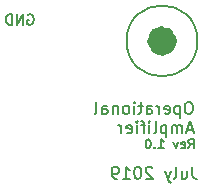
<source format=gbr>
G04 #@! TF.GenerationSoftware,KiCad,Pcbnew,(5.1.2)-2*
G04 #@! TF.CreationDate,2019-07-22T07:28:34+02:00*
G04 #@! TF.ProjectId,DiscreteOperationalAmplifier,44697363-7265-4746-954f-706572617469,rev?*
G04 #@! TF.SameCoordinates,Original*
G04 #@! TF.FileFunction,Legend,Bot*
G04 #@! TF.FilePolarity,Positive*
%FSLAX46Y46*%
G04 Gerber Fmt 4.6, Leading zero omitted, Abs format (unit mm)*
G04 Created by KiCad (PCBNEW (5.1.2)-2) date 2019-07-22 07:28:34*
%MOMM*%
%LPD*%
G04 APERTURE LIST*
%ADD10C,0.150000*%
%ADD11C,0.127000*%
%ADD12C,1.500000*%
G04 APERTURE END LIST*
D10*
X89437333Y-41015500D02*
X89522000Y-40973166D01*
X89649000Y-40973166D01*
X89776000Y-41015500D01*
X89860666Y-41100166D01*
X89903000Y-41184833D01*
X89945333Y-41354166D01*
X89945333Y-41481166D01*
X89903000Y-41650500D01*
X89860666Y-41735166D01*
X89776000Y-41819833D01*
X89649000Y-41862166D01*
X89564333Y-41862166D01*
X89437333Y-41819833D01*
X89395000Y-41777500D01*
X89395000Y-41481166D01*
X89564333Y-41481166D01*
X89014000Y-41862166D02*
X89014000Y-40973166D01*
X88506000Y-41862166D01*
X88506000Y-40973166D01*
X88082666Y-41862166D02*
X88082666Y-40973166D01*
X87871000Y-40973166D01*
X87744000Y-41015500D01*
X87659333Y-41100166D01*
X87617000Y-41184833D01*
X87574666Y-41354166D01*
X87574666Y-41481166D01*
X87617000Y-41650500D01*
X87659333Y-41735166D01*
X87744000Y-41819833D01*
X87871000Y-41862166D01*
X88082666Y-41862166D01*
D11*
X103048428Y-52294714D02*
X103302428Y-51931857D01*
X103483857Y-52294714D02*
X103483857Y-51532714D01*
X103193571Y-51532714D01*
X103121000Y-51569000D01*
X103084714Y-51605285D01*
X103048428Y-51677857D01*
X103048428Y-51786714D01*
X103084714Y-51859285D01*
X103121000Y-51895571D01*
X103193571Y-51931857D01*
X103483857Y-51931857D01*
X102431571Y-52258428D02*
X102504142Y-52294714D01*
X102649285Y-52294714D01*
X102721857Y-52258428D01*
X102758142Y-52185857D01*
X102758142Y-51895571D01*
X102721857Y-51823000D01*
X102649285Y-51786714D01*
X102504142Y-51786714D01*
X102431571Y-51823000D01*
X102395285Y-51895571D01*
X102395285Y-51968142D01*
X102758142Y-52040714D01*
X102141285Y-51786714D02*
X101959857Y-52294714D01*
X101778428Y-51786714D01*
X100508428Y-52294714D02*
X100943857Y-52294714D01*
X100726142Y-52294714D02*
X100726142Y-51532714D01*
X100798714Y-51641571D01*
X100871285Y-51714142D01*
X100943857Y-51750428D01*
X100181857Y-52222142D02*
X100145571Y-52258428D01*
X100181857Y-52294714D01*
X100218142Y-52258428D01*
X100181857Y-52222142D01*
X100181857Y-52294714D01*
X99673857Y-51532714D02*
X99601285Y-51532714D01*
X99528714Y-51569000D01*
X99492428Y-51605285D01*
X99456142Y-51677857D01*
X99419857Y-51823000D01*
X99419857Y-52004428D01*
X99456142Y-52149571D01*
X99492428Y-52222142D01*
X99528714Y-52258428D01*
X99601285Y-52294714D01*
X99673857Y-52294714D01*
X99746428Y-52258428D01*
X99782714Y-52222142D01*
X99819000Y-52149571D01*
X99855285Y-52004428D01*
X99855285Y-51823000D01*
X99819000Y-51677857D01*
X99782714Y-51605285D01*
X99746428Y-51569000D01*
X99673857Y-51532714D01*
D10*
X103163928Y-48387380D02*
X102973452Y-48387380D01*
X102878214Y-48435000D01*
X102782976Y-48530238D01*
X102735357Y-48720714D01*
X102735357Y-49054047D01*
X102782976Y-49244523D01*
X102878214Y-49339761D01*
X102973452Y-49387380D01*
X103163928Y-49387380D01*
X103259166Y-49339761D01*
X103354404Y-49244523D01*
X103402023Y-49054047D01*
X103402023Y-48720714D01*
X103354404Y-48530238D01*
X103259166Y-48435000D01*
X103163928Y-48387380D01*
X102306785Y-48720714D02*
X102306785Y-49720714D01*
X102306785Y-48768333D02*
X102211547Y-48720714D01*
X102021071Y-48720714D01*
X101925833Y-48768333D01*
X101878214Y-48815952D01*
X101830595Y-48911190D01*
X101830595Y-49196904D01*
X101878214Y-49292142D01*
X101925833Y-49339761D01*
X102021071Y-49387380D01*
X102211547Y-49387380D01*
X102306785Y-49339761D01*
X101021071Y-49339761D02*
X101116309Y-49387380D01*
X101306785Y-49387380D01*
X101402023Y-49339761D01*
X101449642Y-49244523D01*
X101449642Y-48863571D01*
X101402023Y-48768333D01*
X101306785Y-48720714D01*
X101116309Y-48720714D01*
X101021071Y-48768333D01*
X100973452Y-48863571D01*
X100973452Y-48958809D01*
X101449642Y-49054047D01*
X100544880Y-49387380D02*
X100544880Y-48720714D01*
X100544880Y-48911190D02*
X100497261Y-48815952D01*
X100449642Y-48768333D01*
X100354404Y-48720714D01*
X100259166Y-48720714D01*
X99497261Y-49387380D02*
X99497261Y-48863571D01*
X99544880Y-48768333D01*
X99640119Y-48720714D01*
X99830595Y-48720714D01*
X99925833Y-48768333D01*
X99497261Y-49339761D02*
X99592500Y-49387380D01*
X99830595Y-49387380D01*
X99925833Y-49339761D01*
X99973452Y-49244523D01*
X99973452Y-49149285D01*
X99925833Y-49054047D01*
X99830595Y-49006428D01*
X99592500Y-49006428D01*
X99497261Y-48958809D01*
X99163928Y-48720714D02*
X98782976Y-48720714D01*
X99021071Y-48387380D02*
X99021071Y-49244523D01*
X98973452Y-49339761D01*
X98878214Y-49387380D01*
X98782976Y-49387380D01*
X98449642Y-49387380D02*
X98449642Y-48720714D01*
X98449642Y-48387380D02*
X98497261Y-48435000D01*
X98449642Y-48482619D01*
X98402023Y-48435000D01*
X98449642Y-48387380D01*
X98449642Y-48482619D01*
X97830595Y-49387380D02*
X97925833Y-49339761D01*
X97973452Y-49292142D01*
X98021071Y-49196904D01*
X98021071Y-48911190D01*
X97973452Y-48815952D01*
X97925833Y-48768333D01*
X97830595Y-48720714D01*
X97687738Y-48720714D01*
X97592500Y-48768333D01*
X97544880Y-48815952D01*
X97497261Y-48911190D01*
X97497261Y-49196904D01*
X97544880Y-49292142D01*
X97592500Y-49339761D01*
X97687738Y-49387380D01*
X97830595Y-49387380D01*
X97068690Y-48720714D02*
X97068690Y-49387380D01*
X97068690Y-48815952D02*
X97021071Y-48768333D01*
X96925833Y-48720714D01*
X96782976Y-48720714D01*
X96687738Y-48768333D01*
X96640119Y-48863571D01*
X96640119Y-49387380D01*
X95735357Y-49387380D02*
X95735357Y-48863571D01*
X95782976Y-48768333D01*
X95878214Y-48720714D01*
X96068690Y-48720714D01*
X96163928Y-48768333D01*
X95735357Y-49339761D02*
X95830595Y-49387380D01*
X96068690Y-49387380D01*
X96163928Y-49339761D01*
X96211547Y-49244523D01*
X96211547Y-49149285D01*
X96163928Y-49054047D01*
X96068690Y-49006428D01*
X95830595Y-49006428D01*
X95735357Y-48958809D01*
X95116309Y-49387380D02*
X95211547Y-49339761D01*
X95259166Y-49244523D01*
X95259166Y-48387380D01*
X103402023Y-50751666D02*
X102925833Y-50751666D01*
X103497261Y-51037380D02*
X103163928Y-50037380D01*
X102830595Y-51037380D01*
X102497261Y-51037380D02*
X102497261Y-50370714D01*
X102497261Y-50465952D02*
X102449642Y-50418333D01*
X102354404Y-50370714D01*
X102211547Y-50370714D01*
X102116309Y-50418333D01*
X102068690Y-50513571D01*
X102068690Y-51037380D01*
X102068690Y-50513571D02*
X102021071Y-50418333D01*
X101925833Y-50370714D01*
X101782976Y-50370714D01*
X101687738Y-50418333D01*
X101640119Y-50513571D01*
X101640119Y-51037380D01*
X101163928Y-50370714D02*
X101163928Y-51370714D01*
X101163928Y-50418333D02*
X101068690Y-50370714D01*
X100878214Y-50370714D01*
X100782976Y-50418333D01*
X100735357Y-50465952D01*
X100687738Y-50561190D01*
X100687738Y-50846904D01*
X100735357Y-50942142D01*
X100782976Y-50989761D01*
X100878214Y-51037380D01*
X101068690Y-51037380D01*
X101163928Y-50989761D01*
X100116309Y-51037380D02*
X100211547Y-50989761D01*
X100259166Y-50894523D01*
X100259166Y-50037380D01*
X99735357Y-51037380D02*
X99735357Y-50370714D01*
X99735357Y-50037380D02*
X99782976Y-50085000D01*
X99735357Y-50132619D01*
X99687738Y-50085000D01*
X99735357Y-50037380D01*
X99735357Y-50132619D01*
X99402023Y-50370714D02*
X99021071Y-50370714D01*
X99259166Y-51037380D02*
X99259166Y-50180238D01*
X99211547Y-50085000D01*
X99116309Y-50037380D01*
X99021071Y-50037380D01*
X98687738Y-51037380D02*
X98687738Y-50370714D01*
X98687738Y-50037380D02*
X98735357Y-50085000D01*
X98687738Y-50132619D01*
X98640119Y-50085000D01*
X98687738Y-50037380D01*
X98687738Y-50132619D01*
X97830595Y-50989761D02*
X97925833Y-51037380D01*
X98116309Y-51037380D01*
X98211547Y-50989761D01*
X98259166Y-50894523D01*
X98259166Y-50513571D01*
X98211547Y-50418333D01*
X98116309Y-50370714D01*
X97925833Y-50370714D01*
X97830595Y-50418333D01*
X97782976Y-50513571D01*
X97782976Y-50608809D01*
X98259166Y-50704047D01*
X97354404Y-51037380D02*
X97354404Y-50370714D01*
X97354404Y-50561190D02*
X97306785Y-50465952D01*
X97259166Y-50418333D01*
X97163928Y-50370714D01*
X97068690Y-50370714D01*
X103368095Y-53882380D02*
X103368095Y-54596666D01*
X103415714Y-54739523D01*
X103510952Y-54834761D01*
X103653809Y-54882380D01*
X103749047Y-54882380D01*
X102463333Y-54215714D02*
X102463333Y-54882380D01*
X102891904Y-54215714D02*
X102891904Y-54739523D01*
X102844285Y-54834761D01*
X102749047Y-54882380D01*
X102606190Y-54882380D01*
X102510952Y-54834761D01*
X102463333Y-54787142D01*
X101844285Y-54882380D02*
X101939523Y-54834761D01*
X101987142Y-54739523D01*
X101987142Y-53882380D01*
X101558571Y-54215714D02*
X101320476Y-54882380D01*
X101082380Y-54215714D02*
X101320476Y-54882380D01*
X101415714Y-55120476D01*
X101463333Y-55168095D01*
X101558571Y-55215714D01*
X99987142Y-53977619D02*
X99939523Y-53930000D01*
X99844285Y-53882380D01*
X99606190Y-53882380D01*
X99510952Y-53930000D01*
X99463333Y-53977619D01*
X99415714Y-54072857D01*
X99415714Y-54168095D01*
X99463333Y-54310952D01*
X100034761Y-54882380D01*
X99415714Y-54882380D01*
X98796666Y-53882380D02*
X98701428Y-53882380D01*
X98606190Y-53930000D01*
X98558571Y-53977619D01*
X98510952Y-54072857D01*
X98463333Y-54263333D01*
X98463333Y-54501428D01*
X98510952Y-54691904D01*
X98558571Y-54787142D01*
X98606190Y-54834761D01*
X98701428Y-54882380D01*
X98796666Y-54882380D01*
X98891904Y-54834761D01*
X98939523Y-54787142D01*
X98987142Y-54691904D01*
X99034761Y-54501428D01*
X99034761Y-54263333D01*
X98987142Y-54072857D01*
X98939523Y-53977619D01*
X98891904Y-53930000D01*
X98796666Y-53882380D01*
X97510952Y-54882380D02*
X98082380Y-54882380D01*
X97796666Y-54882380D02*
X97796666Y-53882380D01*
X97891904Y-54025238D01*
X97987142Y-54120476D01*
X98082380Y-54168095D01*
X97034761Y-54882380D02*
X96844285Y-54882380D01*
X96749047Y-54834761D01*
X96701428Y-54787142D01*
X96606190Y-54644285D01*
X96558571Y-54453809D01*
X96558571Y-54072857D01*
X96606190Y-53977619D01*
X96653809Y-53930000D01*
X96749047Y-53882380D01*
X96939523Y-53882380D01*
X97034761Y-53930000D01*
X97082380Y-53977619D01*
X97130000Y-54072857D01*
X97130000Y-54310952D01*
X97082380Y-54406190D01*
X97034761Y-54453809D01*
X96939523Y-54501428D01*
X96749047Y-54501428D01*
X96653809Y-54453809D01*
X96606190Y-54406190D01*
X96558571Y-54310952D01*
X103810000Y-43220000D02*
G75*
G03X103810000Y-43220000I-3000000J0D01*
G01*
D12*
X101310000Y-43220000D02*
G75*
G03X101310000Y-43220000I-500000J0D01*
G01*
M02*

</source>
